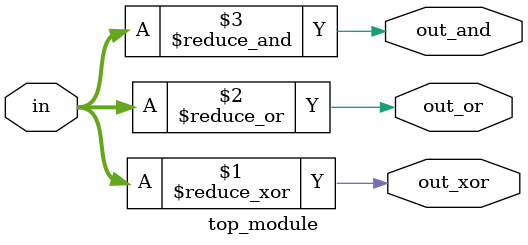
<source format=v>
module top_module( 
    input [3:0] in,
    output out_and,
    output out_or,
    output out_xor
);
    assign {out_and,out_or,out_xor} = {&in,|in,^in};
    
endmodule

</source>
